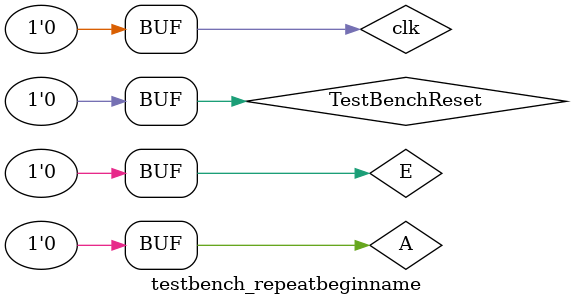
<source format=sv>


module testbench_repeatbeginname;
  parameter initA = 1;
  parameter initC = 1;

  logic clk, TestBenchReset, A, E;

  assign clk = 1'b0;

  assign A = 1'b0;
  assign E = 1'b0;

  initial begin
    TestBenchReset = 1;
    TestBenchReset = 0;
  end

  dut #(initA, initC) dut(.clk, .reset(TestBenchReset), .A, .E);

  logic B_tb, D_tb;

    always @(posedge clk)
    if (initA == 1) begin : A_logger
        B_tb = dut.A_blk.A_blk.E; // finds signal E under dut.A_blk.A_blk, but A_blk.A_blk is nonsense as we expect A_blk.A_mod.
        if (initC == 1) begin : C_logger
            D_tb = dut.A_blk.A_blk.A_blk; // This should not detect A_blk, as we are asking dut for A_blk inside A_blk inside A_blk. tells us it found a BEGIN
        end
    end

endmodule

</source>
